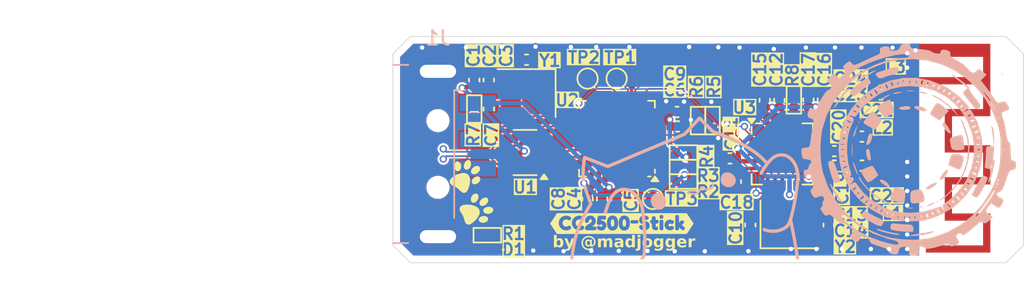
<source format=kicad_pcb>
(kicad_pcb (version 20241229) (generator "pcbnew") (generator_version "9.0")
  (layers (0 "F.Cu" signal) (2 "B.Cu" signal) (13 "F.Paste" user) (15 "B.Paste" user) (5 "F.SilkS" user "F.Silkscreen") (7 "B.SilkS" user "B.Silkscreen") (1 "F.Mask" user) (3 "B.Mask" user) (25 "Edge.Cuts" user))
  (net 0 "")
  (net 1 "Earth")
  (net 2 "Net-(AE1-A)")
  (net 3 "+5V")
  (net 4 "OSCIN")
  (net 5 "+3.3V")
  (net 6 "OSCOUT")
  (net 7 "26OSCIN")
  (net 8 "26OSCOUT")
  (net 9 "Net-(U3-DCOUPL)")
  (net 10 "Net-(C19-Pad2)")
  (net 11 "Net-(U3-RF_P)")
  (net 12 "Net-(U3-RF_N)")
  (net 13 "Net-(C20-Pad2)")
  (net 14 "Net-(C22-Pad2)")
  (net 15 "Net-(D1-A)")
  (net 16 "USB+")
  (net 17 "USB-")
  (net 18 "Net-(U2-DEBUGGER)")
  (net 19 "Net-(U2-~{STEST_RST})")
  (net 20 "Net-(U2-~{RESET})")
  (net 21 "Net-(U2-DCNF0)")
  (net 22 "Net-(U2-DCNF1)")
  (net 23 "Net-(U2-RREF)")
  (net 24 "Net-(U3-RBIAS)")
  (net 25 "Net-(U2-IO2)")
  (net 26 "Net-(U2-IO3)")
  (net 27 "Net-(U2-~{SS})")
  (net 28 "USB_+")
  (net 29 "USB_-")
  (net 30 "MOSI")
  (net 32 "SS")
  (net 34 "MISO")
  (net 38 "SCK")
  (footprint "Crystal:Crystal_SMD_3225-4Pin_3.2x2.5mm" (layer "F.Cu") (at 137.8 71.5 180)
    (property "Reference" "Y1")
    (property "Value" "3225 12MHz")
  )
  (footprint "Capacitor_SMD:C_0402_1005Metric" (layer "F.Cu") (at 158.9825 75.5)
    (property "Reference" "C20")
    (property "Value" "100nF")
  )
  (footprint "Capacitor_SMD:C_0402_1005Metric" (layer "F.Cu") (at 157.2 71.97 90)
    (property "Reference" "C17")
    (property "Value" "100nF")
  )
  (footprint "Capacitor_SMD:C_0402_1005Metric" (layer "F.Cu") (at 154.2 72 90)
    (property "Reference" "C15")
    (property "Value" "22uF")
  )
  (footprint "Inductor_SMD:L_0402_1005Metric" (layer "F.Cu") (at 163.6 71.2 -90)
    (property "Reference" "L3")
    (property "Value" "1.2nH")
  )
  (footprint "Inductor_SMD:L_0402_1005Metric" (layer "F.Cu") (at 160.9025 77.5 180)
    (property "Reference" "L1")
    (property "Value" "1.2nH")
  )
  (footprint "Capacitor_SMD:C_0402_1005Metric" (layer "F.Cu") (at 162.2 70.6)
    (property "Reference" "C24")
    (property "Value" "1.5pF")
  )
  (footprint "PCM_Resistor_SMD_AKL:R_0402_1005Metric" (layer "F.Cu") (at 150.6 73.4 90)
    (property "Reference" "R5")
    (property "Value" "10K" (hide yes))
  )
  (footprint "Capacitor_SMD:C_0402_1005Metric" (layer "F.Cu") (at 153.2 80.6 90)
    (property "Reference" "C10")
    (property "Value" "22pF")
  )
  (footprint "Capacitor_SMD:C_0402_1005Metric" (layer "F.Cu") (at 160.8825 74.5 180)
    (property "Reference" "C21")
    (property "Value" "1pF")
  )
  (footprint "Capacitor_SMD:C_0402_1005Metric" (layer "F.Cu") (at 152.2 77.6 -90)
    (property "Reference" "C18")
    (property "Value" "100nF")
  )
  (footprint "TestPoint:TestPoint_Pad_D1.0mm" (layer "F.Cu") (at 144 70.5)
    (property "Reference" "TP1")
    (property "Value" "TestPoint")
  )
  (footprint "Capacitor_SMD:C_0402_1005Metric" (layer "F.Cu") (at 137.8 69.2 180)
    (property "Reference" "C3")
    (property "Value" "12pF")
  )
  (footprint "kibuzzard-68B8A8C4" (layer "F.Cu") (at 144.36 80.5)
    (property "Reference" "kibuzzard-68B8A8C4" (hide yes))
    (property "Value" "G***" (hide yes))
  )
  (footprint "Capacitor_SMD:C_0402_1005Metric" (layer "F.Cu") (at 160.8825 76.5)
    (property "Reference" "C22")
    (property "Value" "1pF")
  )
  (footprint "PCM_Resistor_SMD_AKL:R_0402_1005Metric" (layer "F.Cu") (at 148.6 75.6)
    (property "Reference" "R4")
    (property "Value" "47K" (hide yes))
  )
  (footprint "Package_DFN_QFN:Texas_RGP0020H_VQFN-20-1EP_4x4mm_P0.5mm_EP2.4x2.4mm" (layer "F.Cu") (at 155.4 75.7)
    (property "Reference" "U3")
    (property "Value" "CC2500")
  )
  (footprint "Capacitor_SMD:C_0402_1005Metric" (layer "F.Cu") (at 148.2 73.8)
    (property "Reference" "C6")
    (property "Value" "22uF")
  )
  (footprint "LOGO" (layer "F.Cu") (at 134 78.5 -45)
    (property "Reference" "G***" (hide yes))
    (property "Value" "LOGO" (hide yes))
  )
  (footprint "PCM_Resistor_SMD_AKL:R_0402_1005Metric" (layer "F.Cu") (at 156.2 71.97 90)
    (property "Reference" "R8")
    (property "Value" "56K" (hide yes))
  )
  (footprint "Capacitor_SMD:C_0402_1005Metric" (layer "F.Cu") (at 143 78.8 -90)
    (property "Reference" "C4")
    (property "Value" "22uF")
  )
  (footprint "Capacitor_SMD:C_0402_1005Metric" (layer "F.Cu") (at 158.2 71.97 90)
    (property "Reference" "C16")
    (property "Value" "100nF")
  )
  (footprint "PCM_Resistor_SMD_AKL:R_0402_1005Metric" (layer "F.Cu") (at 135.1 81.3)
    (property "Reference" "R1")
    (property "Value" "200R" (hide yes))
  )
  (footprint "TestPoint:TestPoint_Pad_D1.0mm" (layer "F.Cu") (at 142 70.5)
    (property "Reference" "TP2")
    (property "Value" "TestPoint")
  )
  (footprint "PCM_Resistor_SMD_AKL:R_0402_1005Metric" (layer "F.Cu") (at 148.6 76.6)
    (property "Reference" "R3")
    (property "Value" "10K" (hide yes))
  )
  (footprint "Capacitor_SMD:C_0402_1005Metric" (layer "F.Cu") (at 142 78.8 -90)
    (property "Reference" "C8")
    (property "Value" "22uF")
  )
  (footprint "Capacitor_SMD:C_0402_1005Metric" (layer "F.Cu") (at 134.2 70.6 90)
    (property "Reference" "C1")
    (property "Value" "22uF")
  )
  (footprint "Package_TO_SOT_SMD:SOT-23-6" (layer "F.Cu") (at 137.7 75.6 180)
    (property "Reference" "U1")
    (property "Value" "USBLC6-2SC6")
  )
  (footprint "Inductor_SMD:L_0402_1005Metric" (layer "F.Cu") (at 160.8875 75.5 180)
    (property "Reference" "L2")
    (property "Value" "1.2nH")
  )
  (footprint "TestPoint:TestPoint_Pad_D1.0mm" (layer "F.Cu") (at 146.5 78.8)
    (property "Reference" "TP3")
    (property "Value" "TestPoint")
  )
  (footprint "Capacitor_SMD:C_0402_1005Metric" (layer "F.Cu") (at 155.2 72 90)
    (property "Reference" "C12")
    (property "Value" "100nF")
  )
  (footprint "Capacitor_SMD:C_0402_1005Metric" (layer "F.Cu") (at 162.2 71.6)
    (property "Reference" "C23")
    (property "Value" "1.8pF")
  )
  (footprint "Capacitor_SMD:C_0402_1005Metric" (layer "F.Cu") (at 158.6 80.6 -90)
    (property "Reference" "C14")
    (property "Value" "22pF")
  )
  (footprint "PCM_Resistor_SMD_AKL:R_0402_1005Metric" (layer "F.Cu") (at 148.6 77.6)
    (property "Reference" "R2")
    (property "Value" "10K" (hide yes))
  )
  (footprint "Capacitor_SMD:C_0402_1005Metric" (layer "F.Cu") (at 158.6 78.4 -90)
    (property "Reference" "C13")
    (property "Value" "100nF")
  )
  (footprint "Crystal:Crystal_SMD_3225-4Pin_3.2x2.5mm" (layer "F.Cu") (at 155.9 80.55)
    (property "Reference" "Y2")
    (property "Value" "3225 26MHz")
  )
  (footprint "Capacitor_SMD:C_0402_1005Metric" (layer "F.Cu") (at 158.9825 76.5)
    (property "Reference" "C19")
    (property "Value" "100pF")
  )
  (footprint "PCM_Resistor_SMD_AKL:R_0402_1005Metric" (layer "F.Cu") (at 134.2 72.6 90)
    (property "Reference" "R7")
    (property "Value" "12K" (hide yes))
  )
  (footprint "RF_Antenna:Texas_SWRA117D_2.4GHz_Right" (layer "F.Cu") (at 164.575 70.65 -90)
    (property "Reference" "AE1" (hide yes))
    (property "Value" "Antenna_Shield")
  )
  (footprint "Capacitor_SMD:C_0402_1005Metric" (layer "F.Cu") (at 144 78.8 -90)
    (property "Reference" "C5")
    (property "Value" "22uF")
  )
  (footprint "Capacitor_SMD:C_0402_1005Metric" (layer "F.Cu") (at 151.8 76 180)
    (property "Reference" "C11")
    (property "Value" "22uF")
  )
  (footprint "Capacitor_SMD:C_0402_1005Metric" (layer "F.Cu") (at 135.2 72.6 -90)
    (property "Reference" "C7")
    (property "Value" "12pF")
  )
  (footprint "Capacitor_SMD:C_0402_1005Metric" (layer "F.Cu") (at 135.2 70.6 90)
    (property "Reference" "C2")
    (property "Value" "22uF")
  )
  (footprint "LED_SMD:LED_0402_1005Metric" (layer "F.Cu") (at 135.1 82.3 180)
    (property "Reference" "D1")
    (property "Value" "LED 0402")
  )
  (footprint "Capacitor_SMD:C_0402_1005Metric" (layer "F.Cu") (at 148.16 72.8)
    (property "Reference" "C9")
    (property "Value" "100nF")
  )
  (footprint "Package_DFN_QFN:VQFN-32-1EP_5x5mm_P0.5mm_EP3.1x3.1mm" (layer "F.Cu") (at 144.023758 74.640433 180)
    (property "Reference" "U2")
    (property "Value" "FT4222HQ")
  )
  (footprint "PCM_Resistor_SMD_AKL:R_0402_1005Metric" (layer "F.Cu") (at 149.6 73.4 90)
    (property "Reference" "R6")
    (property "Value" "10K" (hide yes))
  )
  (footprint "LOGO" (layer "B.Cu") (at 149.2 77.9 180)
    (property "Reference" "G***" (hide yes))
    (property "Value" "LOGO" (hide yes))
  )
  (footprint "LOGO" (layer "B.Cu") (at 164.484137 75.529582 180)
    (property "Reference" "G***" (hide yes))
    (property "Value" "LOGO" (hide yes))
  )
  (footprint "Connector_USB:USB_A_CNCTech_1001-011-01101_Horizontal" (layer "B.Cu") (at 124.8 75.7 180)
    (property "Reference" "J1")
    (property "Value" "USB_A")
  )
  (gr_line (start 129.8 83.2) (end 159.2 83.2) (stroke (width 0.05)) (layer "Edge.Cuts"))
  (gr_line (start 129.8 67.6) (end 159.2 67.6) (stroke (width 0.05)) (layer "Edge.Cuts"))
  (gr_line (start 159.2 67.6) (end 170.8 67.6) (stroke (width 0.05)) (layer "Edge.Cuts"))
  (gr_line (start 170.8 83.2) (end 159.2 83.2) (stroke (width 0.05)) (layer "Edge.Cuts"))
  (gr_line (start 128.6 68.8) (end 128.6 82) (stroke (width 0.05)) (layer "Edge.Cuts"))
  (gr_line (start 128.6 68.8) (end 129.8 67.6) (stroke (width 0.05)) (layer "Edge.Cuts"))
  (gr_line (start 128.6 82) (end 129.8 83.2) (stroke (width 0.05)) (layer "Edge.Cuts"))
  (gr_line (start 170.8 67.6) (end 172 68.8) (stroke (width 0.05)) (layer "Edge.Cuts"))
  (gr_line (start 172 68.8) (end 172 82) (stroke (width 0.05)) (layer "Edge.Cuts"))
  (gr_line (start 172 82) (end 170.8 83.2) (stroke (width 0.05)) (layer "Edge.Cuts"))
  (gr_text "by @madjogger" (at 144.5 81.8 0) (layer "F.SilkS") (effects (font (size 0.8 0.8) (thickness 0.16) (bold yes))))
  (via (at 164 80.25) (size 0.5) (drill 0.3) (layers "F.Cu" "B.Cu") (net 1))
  (via (at 147.41 72.06) (size 0.5) (drill 0.3) (layers "F.Cu" "B.Cu") (net 1))
  (via (at 150.52 72.1) (size 0.5) (drill 0.3) (layers "F.Cu" "B.Cu") (net 1))
  (via (at 151 68.34) (size 0.5) (drill 0.3) (layers "F.Cu" "B.Cu") (net 1))
  (via (at 138.26 82.36) (size 0.5) (drill 0.3) (layers "F.Cu" "B.Cu") (net 1))
  (via (at 164 82.25) (size 0.5) (drill 0.3) (layers "F.Cu" "B.Cu") (net 1))
  (via (at 160.85 68.36) (size 0.5) (drill 0.3) (layers "F.Cu" "B.Cu") (net 1))
  (via (at 164 81.25) (size 0.5) (drill 0.3) (layers "F.Cu" "B.Cu") (net 1))
  (via (at 157.75 82.25) (size 0.5) (drill 0.3) (layers "F.Cu" "B.Cu") (net 1))
  (via (at 148.99 68.32) (size 0.5) (drill 0.3) (layers "F.Cu" "B.Cu") (net 1))
  (via (at 146.13 82.38) (size 0.5) (drill 0.3) (layers "F.Cu" "B.Cu") (net 1))
  (via (at 142.6 68.32) (size 0.5) (drill 0.3) (layers "F.Cu" "B.Cu") (net 1))
  (via (at 164 78.25) (size 0.5) (drill 0.3) (layers "F.Cu" "B.Cu") (net 1))
  (via (at 152.46 68.36) (size 0.5) (drill 0.3) (layers "F.Cu" "B.Cu") (net 1))
  (via (at 149.11 73.35) (size 0.5) (drill 0.3) (layers "F.Cu" "B.Cu") (net 1))
  (via (at 164 76.25) (size 0.5) (drill 0.3) (layers "F.Cu" "B.Cu") (net 1))
  (via (at 157.03 68.36) (size 0.5) (drill 0.3) (layers "F.Cu" "B.Cu") (net 1))
  (via (at 138.42 68.3) (size 0.5) (drill 0.3) (layers "F.Cu" "B.Cu") (net 1))
  (via (at 148.64 72.09) (size 0.5) (drill 0.3) (layers "F.Cu" "B.Cu") (net 1))
  (via (at 162.99 68.37) (size 0.5) (drill 0.3) (layers "F.Cu" "B.Cu") (net 1))
  (via (at 140.35 82.4) (size 0.5) (drill 0.3) (layers "F.Cu" "B.Cu") (net 1))
  (via (at 164 69.75) (size 0.5) (drill 0.3) (layers "F.Cu" "B.Cu") (net 1))
  (via (at 164 79.25) (size 0.5) (drill 0.3) (layers "F.Cu" "B.Cu") (net 1))
  (via (at 159.5 82.25) (size 0.5) (drill 0.3) (layers "F.Cu" "B.Cu") (net 1))
  (via (at 156 82.25) (size 0.5) (drill 0.3) (layers "F.Cu" "B.Cu") (net 1))
  (via (at 130.61 68.36) (size 0.5) (drill 0.3) (layers "F.Cu" "B.Cu") (net 1))
  (via (at 133.63 68.36) (size 0.5) (drill 0.3) (layers "F.Cu" "B.Cu") (net 1))
  (via (at 136.08 68.32) (size 0.5) (drill 0.3) (layers "F.Cu" "B.Cu") (net 1))
  (via (at 142.26 82.38) (size 0.5) (drill 0.3) (layers "F.Cu" "B.Cu") (net 1))
  (via (at 164 68.75) (size 0.5) (drill 0.3) (layers "F.Cu" "B.Cu") (net 1))
  (via (at 144.88 68.32) (size 0.5) (drill 0.3) (layers "F.Cu" "B.Cu") (net 1))
  (via (at 148 82.41) (size 0.5) (drill 0.3) (layers "F.Cu" "B.Cu") (net 1))
  (via (at 140.85 68.32) (size 0.5) (drill 0.3) (layers "F.Cu" "B.Cu") (net 1))
  (via (at 144.15 82.38) (size 0.5) (drill 0.3) (layers "F.Cu" "B.Cu") (net 1))
  (via (at 162.75 82.25) (size 0.5) (drill 0.3) (layers "F.Cu" "B.Cu") (net 1))
  (via (at 153.07 82.4) (size 0.5) (drill 0.3) (layers "F.Cu" "B.Cu") (net 1))
  (via (at 161.5 82.25) (size 0.5) (drill 0.3) (layers "F.Cu" "B.Cu") (net 1))
  (via (at 164 77.25) (size 0.5) (drill 0.3) (layers "F.Cu" "B.Cu") (net 1))
  (via (at 154.82 68.46) (size 0.5) (drill 0.3) (layers "F.Cu" "B.Cu") (net 1))
  (via (at 150.99 74.6) (size 0.5) (drill 0.3) (layers "F.Cu" "B.Cu") (net 1))
  (via (at 150.07 82.41) (size 0.5) (drill 0.3) (layers "F.Cu" "B.Cu") (net 1))
  (via (at 159.03 68.36) (size 0.5) (drill 0.3) (layers "F.Cu" "B.Cu") (net 1))
  (segment (start 163.6 70.715) (end 164.418076 70.715) (width 0.6) (layer "F.Cu") (net 2))
  (segment (start 163.6 70.715) (end 162.957635 70.715) (width 0.6) (layer "F.Cu") (net 2))
  (arc (start 164.418076 70.715) (mid 164.503003 70.698107) (end 164.575 70.65) (width 0.6) (layer "F.Cu") (net 2))
  (arc (start 162.957635 70.715) (mid 162.80738 70.685113) (end 162.68 70.6) (width 0.6) (layer "F.Cu") (net 2))
  (segment (start 143.55 78.32) (end 143.55 78.08) (width 0.3) (layer "F.Cu") (net 3))
  (segment (start 135.61 81.3) (end 137.63 79.28) (width 0.1016) (layer "F.Cu") (net 3))
  (segment (start 137.54 75.6) (end 137.64 75.5) (width 0.3) (layer "F.Cu") (net 3))
  (segment (start 143.55 78.32) (end 144 78.32) (width 0.3) (layer "F.Cu") (net 3))
  (segment (start 134.63 71.08) (end 134.2 71.08) (width 0.3) (layer "F.Cu") (net 3))
  (segment (start 137.63 79.28) (end 137.63 76.005001) (width 0.1016) (layer "F.Cu") (net 3))
  (segment (start 144.773758 77.546242) (end 144 78.32) (width 0.3) (layer "F.Cu") (net 3))
  (segment (start 143 78.32) (end 143.55 78.32) (width 0.3) (layer "F.Cu") (net 3))
  (segment (start 137.63 76.005001) (end 137.224999 75.6) (width 0.1016) (layer "F.Cu") (net 3))
  (segment (start 135.2 71.08) (end 134.63 71.08) (width 0.3) (layer "F.Cu") (net 3))
  (segment (start 133.64 71.08) (end 134.63 71.08) (width 0.3) (layer "F.Cu") (net 3))
  (segment (start 133.579588 71.140412) (end 133.64 71.08) (width 0.3) (layer "F.Cu") (net 3))
  (segment (start 142.773758 78.093758) (end 143 78.32) (width 0.3) (layer "F.Cu") (net 3))
  (segment (start 136.5625 75.6) (end 137.54 75.6) (width 0.3) (layer "F.Cu") (net 3))
  (segment (start 142.773758 77.077933) (end 142.773758 78.093758) (width 0.3) (layer "F.Cu") (net 3))
  (segment (start 133.365522 71.140412) (end 133.579588 71.140412) (width 0.3) (layer "F.Cu") (net 3))
  (segment (start 144.773758 77.077933) (end 144.773758 77.546242) (width 0.3) (layer "F.Cu") (net 3))
  (segment (start 143.55 78.08) (end 143.48 78.01) (width 0.3) (layer "F.Cu") (net 3))
  (segment (start 137.224999 75.6) (end 136.5625 75.6) (width 0.1016) (layer "F.Cu") (net 3))
  (via (at 137.64 75.5) (size 0.5) (drill 0.3) (layers "F.Cu" "B.Cu") (net 3))
  (via (at 143.48 78.01) (size 0.5) (drill 0.3) (layers "F.Cu" "B.Cu") (net 3))
  (via (at 133.365522 71.140412) (size 0.5) (drill 0.3) (layers "F.Cu" "B.Cu") (net 3))
  (segment (start 133.365522 71.140412) (end 133.57511 71.35) (width 0.3) (layer "B.Cu") (net 3))
  (segment (start 133.57511 71.35) (end 133.6 71.35) (width 0.3) (layer "B.Cu") (net 3))
  (segment (start 133.6 71.35) (end 134.45 72.2) (width 0.3) (layer "B.Cu") (net 3))
  (segment (start 143.48 78.01) (end 137.67 72.2) (width 0.3) (layer "B.Cu") (net 3))
  (segment (start 137.64 75.5) (end 134.45 72.31) (width 0.3) (layer "B.Cu") (net 3))
  (segment (start 137.67 72.2) (end 134.45 72.2) (width 0.3) (layer "B.Cu") (net 3))
  (segment (start 134.45 72.31) (end 134.45 72.2) (width 0.3) (layer "B.Cu") (net 3))
  (segment (start 138.28 69.2) (end 138.28 70.03) (width 0.2) (layer "F.Cu") (net 4))
  (segment (start 139.9 72.7) (end 139.9 71.65) (width 0.1016) (layer "F.Cu") (net 4))
  (segment (start 141.586258 73.390433) (end 140.590433 73.390433) (width 0.1016) (layer "F.Cu") (net 4))
  (segment (start 140.590433 73.390433) (end 139.9 72.7) (width 0.1016) (layer "F.Cu") (net 4))
  (segment (start 139.9 71.65) (end 138.9 70.65) (width 0.1016) (layer "F.Cu") (net 4))
  (segment (start 138.28 70.03) (end 138.9 70.65) (width 0.2) (layer "F.Cu") (net 4))
  (segment (start 157.69 72.45) (end 158.2 72.45) (width 0.3) (layer "F.Cu") (net 5))
  (segment (start 153.5125 76.2) (end 152.48 76.2) (width 0.3) (layer "F.Cu") (net 5))
  (segment (start 149.11 76.2) (end 149.11 77.14) (width 0.3) (layer "F.Cu") (net 5))
  (segment (start 147.310433 73.390433) (end 147.599567 73.390433) (width 0.3) (layer "F.Cu") (net 5))
  (segment (start 152.48 76.2) (end 152.28 76) (width 0.3) (layer "F.Cu") (net 5))
  (segment (start 154.71 72.48) (end 155.2 72.48) (width 0.3) (layer "F.Cu") (net 5))
  (segment (start 147.310433 73.390433) (end 147.72 73.8) (width 0.3) (layer "F.Cu") (net 5))
  (segment (start 146.461258 73.390433) (end 147.089567 73.390433) (width 0.3) (layer "F.Cu") (net 5))
  (segment (start 147.72 72.84) (end 147.68 72.8) (width 0.3) (layer "F.Cu") (net 5))
  (segment (start 149.11 75.6) (end 149.11 76.2) (width 0.3) (layer "F.Cu") (net 5))
  (segment (start 157.2875 76.7) (end 157.2875 77.1925) (width 0.3) (layer "F.Cu") (net 5))
  (segment (start 149.516167 75.193833) (end 149.11 75.6) (width 0.3) (layer "F.Cu") (net 5))
  (segment (start 152.28 76) (end 151.473833 75.193833) (width 0.3) (layer "F.Cu") (net 5))
  (segment (start 152.35 75.93) (end 152.28 76) (width 0.3) (layer "F.Cu") (net 5))
  (segment (start 142.273758 78.046242) (end 142 78.32) (width 0.3) (layer "F.Cu") (net 5))
  (segment (start 148.68 77.12) (end 148.7 77.14) (width 0.3) (layer "F.Cu") (net 5))
  (segment (start 147.089567 73.390433) (end 147.68 72.8) (width 0.3) (layer "F.Cu") (net 5))
  (segment (start 147.089567 73.390433) (end 147.310433 73.390433) (width 0.3) (layer "F.Cu") (net 5))
  (segment (start 142.273758 78.046242) (end 142.086242 78.046242) (width 0.3) (layer "F.Cu") (net 5))
  (segment (start 157.38 76.7) (end 158.6 77.92) (width 0.3) (layer "F.Cu") (net 5))
  (segment (start 155.4 72.68) (end 155.2 72.48) (width 0.3) (layer "F.Cu") (net 5))
  (segment (start 148.97 76.06) (end 149.11 76.2) (width 0.3) (layer "F.Cu") (net 5))
  (segment (start 147.599567 73.390433) (end 147.66 73.33) (width 0.3) (layer "F.Cu") (net 5))
  (segment (start 154.2 72.48) (end 154.71 72.48) (width 0.3) (layer "F.Cu") (net 5))
  (segment (start 149.11 77.14) (end 149.11 77.6) (width 0.3) (layer "F.Cu") (net 5))
  (segment (start 152.35 75.31) (end 152.35 75.93) (width 0.3) (layer "F.Cu") (net 5))
  (segment (start 142.086242 78.046242) (end 141.75 77.71) (width 0.3) (layer "F.Cu") (net 5))
  (segment (start 157.2875 74.7) (end 157.2875 72.5375) (width 0.3) (layer "F.Cu") (net 5))
  (segment (start 148.937045 76.06) (end 148.97 76.06) (width 0.3) (layer "F.Cu") (net 5))
  (segment (start 148.792447 75.915402) (end 148.937045 76.06) (width 0.3) (layer "F.Cu") (net 5))
  (segment (start 151.473833 75.193833) (end 149.516167 75.193833) (width 0.3) (layer "F.Cu") (net 5))
  (segment (start 157.2875 77.1925) (end 157.23 77.25) (width 0.3) (layer "F.Cu") (net 5))
  (segment (start 155.4 73.8125) (end 155.4 72.68) (width 0.3) (layer "F.Cu") (net 5))
  (segment (start 157.2 72.45) (end 157.69 72.45) (width 0.3) (layer "F.Cu") (net 5))
  (segment (start 142.273758 77.077933) (end 142.273758 78.046242) (width 0.3) (layer "F.Cu") (net 5))
  (segment (start 157.2875 72.5375) (end 157.2 72.45) (width 0.3) (layer "F.Cu") (net 5))
  (segment (start 157.2875 76.7) (end 157.38 76.7) (width 0.3) (layer "F.Cu") (net 5))
  (segment (start 157.2875 75.2) (end 157.2875 74.7) (width 0.3) (layer "F.Cu") (net 5))
  (segment (start 148.7 77.14) (end 149.11 77.14) (width 0.3) (layer "F.Cu") (net 5))
  (segment (start 155.9 77.5875) (end 155.9 78.5) (width 0.3) (layer "F.Cu") (net 5))
  (via (at 154.71 72.48) (size 0.5) (drill 0.3) (layers "F.Cu" "B.Cu") (net 5))
  (via (at 157.69 72.45) (size 0.5) (drill 0.3) (layers "F.Cu" "B.Cu") (net 5))
  (via (at 141.75 77.71) (size 0.5) (drill 0.3) (layers "F.Cu" "B.Cu") (net 5))
  (via (at 148.792447 75.915402) (size 0.5) (drill 0.3) (layers "F.Cu" "B.Cu") (net 5))
  (via (at 157.23 77.25) (size 0.5) (drill 0.3) (layers "F.Cu" "B.Cu") (net 5))
  (via (at 152.35 75.31) (size 0.5) (drill 0.3) (layers "F.Cu" "B.Cu") (net 5))
  (via (at 155.9 78.5) (size 0.5) (drill 0.3) (layers "F.Cu" "B.Cu") (net 5))
  (via (at 148.68 77.12) (size 0.5) (drill 0.3) (layers "F.Cu" "B.Cu") (net 5))
  (via (at 147.66 73.33) (size 0.5) (drill 0.3) (layers "F.Cu" "B.Cu") (net 5))
  (segment (start 155.95 77.25) (end 154.29 77.25) (width 0.3) (layer "B.Cu") (net 5))
  (segment (start 154.71 72.48) (end 154.71 72.95) (width 0.3) (layer "B.Cu") (net 5))
  (segment (start 147.239 78.561) (end 148.68 77.12) (width 0.3) (layer "B.Cu") (net 5))
  (segment (start 154.29 77.25) (end 152.35 75.31) (width 0.3) (layer "B.Cu") (net 5))
  (segment (start 155.21 72.45) (end 152.35 75.31) (width 0.3) (layer "B.Cu") (net 5))
  (segment (start 157.69 72.45) (end 155.21 72.45) (width 0.3) (layer "B.Cu") (net 5))
  (segment (start 142.601 78.561) (end 147.239 78.561) (width 0.3) (layer "B.Cu") (net 5))
  (segment (start 157.23 77.25) (end 155.95 77.25) (width 0.3) (layer "B.Cu") (net 5))
  (segment (start 147.66 75.02) (end 147.66 73.33) (width 0.3) (layer "B.Cu") (net 5))
  (segment (start 148.555402 75.915402) (end 147.66 75.02) (width 0.3) (layer "B.Cu") (net 5))
  (segment (start 154.71 72.95) (end 152.35 75.31) (width 0.3) (layer "B.Cu") (net 5))
  (segment (start 148.792447 75.915402) (end 148.555402 75.915402) (width 0.3) (layer "B.Cu") (net 5))
  (segment (start 141.75 77.71) (end 142.601 78.561) (width 0.3) (layer "B.Cu") (net 5))
  (segment (start 155.9 78.5) (end 155.9 77.3) (width 0.3) (layer "B.Cu") (net 5))
  (segment (start 155.9 77.3) (end 155.95 77.25) (width 0.3) (layer "B.Cu") (net 5))
  (segment (start 135.2 72.12) (end 136.47 72.12) (width 0.2) (layer "F.Cu") (net 6))
  (segment (start 137.2932 72.35) (end 138.0466 73.1034) (width 0.1016) (layer "F.Cu") (net 6))
  (segment (start 138.0466 73.1034) (end 140.0034 73.1034) (width 0.1016) (layer "F.Cu") (net 6))
  (segment (start 140.790433 73.890433) (end 141.586258 73.890433) (width 0.1016) (layer "F.Cu") (net 6))
  (segment (start 136.47 72.12) (end 136.7 72.35) (width 0.2) (layer "F.Cu") (net 6))
  (segment (start 136.7 72.35) (end 137.2932 72.35) (width 0.1016) (layer "F.Cu") (net 6))
  (segment (start 140.0034 73.1034) (end 140.790433 73.890433) (width 0.1016) (layer "F.Cu") (net 6))
  (segment (start 155.6534 80.5466) (end 154.8 81.4) (width 0.1016) (layer "F.Cu") (net 7))
  (segment (start 155.4 77.5875) (end 155.4 78.6932) (width 0.1016) (layer "F.Cu") (net 7))
  (segment (start 153.52 81.4) (end 153.2 81.08) (width 0.1016) (layer "F.Cu") (net 7))
  (segment (start 155.6534 78.9466) (end 155.6534 80.5466) (width 0.1016) (layer "F.Cu") (net 7))
  (segment (start 155.4 78.6932) (end 155.6534 78.9466) (width 0.1016) (layer "F.Cu") (net 7))
  (segment (start 154.8 81.4) (end 153.52 81.4) (width 0.1016) (layer "F.Cu") (net 7))
  (segment (start 157 79.7) (end 158.18 79.7) (width 0.1016) (layer "F.Cu") (net 8))
  (segment (start 156.4 77.5875) (end 156.4 79.1) (width 0.1016) (layer "F.Cu") (net 8))
  (segment (start 158.18 79.7) (end 158.6 80.12) (width 0.1016) (layer "F.Cu") (net 8))
  (segment (start 156.4 79.1) (end 157 79.7) (width 0.1016) (layer "F.Cu") (net 8))
  (segment (start 152.5 76.7) (end 153.5125 76.7) (width 0.2) (layer "F.Cu") (net 9))
  (segment (start 152.2 77.12) (end 152.2 77) (width 0.2) (layer "F.Cu") (net 9))
  (segment (start 152.2 77) (end 152.5 76.7) (width 0.2) (layer "F.Cu") (net 9))
  (segment (start 160.4175 76.515) (end 160.4025 76.5) (width 0.2) (layer "F.Cu") (net 10))
  (segment (start 160.4175 77.5) (end 160.4175 76.515) (width 0.2) (layer "F.Cu") (net 10))
  (segment (start 159.4625 76.5) (end 160.4025 76.5) (width 0.2) (layer "F.Cu") (net 10))
  (segment (start 158.2025 76.2) (end 158.5025 76.5) (width 0.2) (layer "F.Cu") (net 11))
  (segment (start 157.2875 76.2) (end 158.2025 76.2) (width 0.2) (layer "F.Cu") (net 11))
  (segment (start 157.2875 75.7) (end 158.3025 75.7) (width 0.2) (layer "F.Cu") (net 12))
  (segment (start 158.3025 75.7) (end 158.5025 75.5) (width 0.2) (layer "F.Cu") (net 12))
  (segment (start 160.4025 74.5) (end 160.4025 75.5) (width 0.2) (layer "F.Cu") (net 13))
  (segment (start 159.4625 75.5) (end 160.4025 75.5) (width 0.2) (layer "F.Cu") (net 13))
  (segment (start 163.6 71.685) (end 162.885208 71.685) (width 0.6) (layer "F.Cu") (net 14))
  (segment (start 161.834315 76) (end 161.4 76) (width 0.6) (layer "F.Cu") (net 14))
  (segment (start 161.3625 76.5) (end 161.3625 76) (width 0.2) (layer "F.Cu") (net 14))
  (segment (start 161.3625 76) (end 161.3625 75.51) (width 0.2) (layer "F.Cu") (net 14))
  (segment (start 161.3625 75.51) (end 161.3725 75.5) (width 0.2) (layer "F.Cu") (net 14))
  (segment (start 163.6 71.685) (end 163.6 74.434315) (width 0.6) (layer "F.Cu") (net 14))
  (segment (start 163.2 75.4) (end 163.141421 75.458579) (width 0.6) (layer "F.Cu") (net 14))
  (arc (start 163.141421 75.458579) (mid 162.541715 75.859289) (end 161.834315 76) (width 0.6) (layer "F.Cu") (net 14))
  (arc (start 162.885208 71.685) (mid 162.77415 71.662909) (end 162.68 71.6) (width 0.6) (layer "F.Cu") (net 14))
  (arc (start 163.6 74.434315) (mid 163.496043 74.95694) (end 163.2 75.4) (width 0.6) (layer "F.Cu") (net 14))
  (segment (start 134.59 81.3) (end 134.59 82.275) (width 0.3) (layer "F.Cu") (net 15))
  (segment (start 134.59 82.275) (end 134.615 82.3) (width 0.3) (layer "F.Cu") (net 15))
  (segment (start 135.920208 76.55) (end 136.5625 76.55) (width 0.1092) (layer "F.Cu") (net 16))
  (segment (start 135.224808 75.8546) (end 135.920208 76.55) (width 0.1092) (layer "F.Cu") (net 16))
  (segment (start 132.070496 76.05) (end 132.265896 75.8546) (width 0.1092) (layer "F.Cu") (net 16))
  (segment (start 132.265896 75.8546) (end 135.224808 75.8546) (width 0.1092) (layer "F.Cu") (net 16))
  (via (at 132.070496 76.05) (size 0.5) (drill 0.3) (layers "F.Cu" "B.Cu") (net 16))
  (segment (start 133.6046 75.8546) (end 132.265896 75.8546) (width 0.1092) (layer "B.Cu") (net 16))
  (segment (start 132.265896 75.8546) (end 132.070496 76.05) (width 0.1092) (layer "B.Cu") (net 16))
  (segment (start 134.45 76.7) (end 133.6046 75.8546) (width 0.1092) (layer "B.Cu") (net 16))
  (segment (start 132.070496 75.35) (end 132.265896 75.5454) (width 0.1092) (layer "F.Cu") (net 17))
  (segment (start 132.265896 75.5454) (end 135.224808 75.5454) (width 0.1092) (layer "F.Cu") (net 17))
  (segment (start 136.120208 74.65) (end 136.5625 74.65) (width 0.1092) (layer "F.Cu") (net 17))
  (segment (start 135.224808 75.5454) (end 136.120208 74.65) (width 0.1092) (layer "F.Cu") (net 17))
  (via (at 132.070496 75.35) (size 0.5) (drill 0.3) (layers "F.Cu" "B.Cu") (net 17))
  (segment (start 133.6046 75.5454) (end 132.265896 75.5454) (width 0.1092) (layer "B.Cu") (net 17))
  (segment (start 134.45 74.7) (end 133.6046 75.5454) (width 0.1092) (layer "B.Cu") (net 17))
  (segment (start 132.265896 75.5454) (end 132.070496 75.35) (width 0.1092) (layer "B.Cu") (net 17))
  (segment (start 146.461258 76.390433) (end 146.990433 76.390433) (width 0.1016) (layer "F.Cu") (net 18))
  (segment (start 148.09 77.49) (end 148.09 77.6) (width 0.1016) (layer "F.Cu") (net 18))
  (segment (start 146.990433 76.390433) (end 148.09 77.49) (width 0.1016) (layer "F.Cu") (net 18))
  (segment (start 148.09 76.6) (end 148.09 76.49) (width 0.1016) (layer "F.Cu") (net 19))
  (segment (start 147.490433 75.890433) (end 146.461258 75.890433) (width 0.1016) (layer "F.Cu") (net 19))
  (segment (start 148.09 76.49) (end 147.490433 75.890433) (width 0.1016) (layer "F.Cu") (net 19))
  (segment (start 147.880433 75.390433) (end 148.09 75.6) (width 0.1016) (layer "F.Cu") (net 20))
  (segment (start 146.461258 75.390433) (end 147.880433 75.390433) (width 0.1016) (layer "F.Cu") (net 20))
  (segment (start 146.461258 74.890433) (end 149.619567 74.890433) (width 0.1016) (layer "F.Cu") (net 21))
  (segment (start 149.619567 74.890433) (end 150.6 73.91) (width 0.1016) (layer "F.Cu") (net 21))
  (segment (start 149.119567 74.390433) (end 146.461258 74.390433) (width 0.1016) (layer "F.Cu") (net 22))
  (segment (start 149.6 73.91) (end 149.119567 74.390433) (width 0.1016) (layer "F.Cu") (net 22))
  (segment (start 134.2 73.11) (end 134.89 73.8) (width 0.1016) (layer "F.Cu") (net 23))
  (segment (start 141.290433 74.890433) (end 141.586258 74.890433) (width 0.1016) (layer "F.Cu") (net 23))
  (segment (start 140.2 73.8) (end 141.290433 74.890433) (width 0.1016) (layer "F.Cu") (net 23))
  (segment (start 134.89 73.8) (end 140.2 73.8) (width 0.1016) (layer "F.Cu") (net 23))
  (segment (start 156.2 72.48) (end 155.9 72.78) (width 0.1016) (layer "F.Cu") (net 24))
  (segment (start 155.9 72.78) (end 155.9 73.8125) (width 0.1016) (layer "F.Cu") (net 24))
  (segment (start 144.773758 72.202933) (end 144.773758 71.273758) (width 0.1016) (layer "F.Cu") (net 25))
  (segment (start 144.773758 71.273758) (end 144 70.5) (width 0.1016) (layer "F.Cu") (net 25))
  (segment (start 143.708324 71.2) (end 142.7 71.2) (width 0.1016) (layer "F.Cu") (net 26))
  (segment (start 142.7 71.2) (end 142 70.5) (width 0.1016) (layer "F.Cu") (net 26))
  (segment (start 144.273758 71.765434) (end 143.708324 71.2) (width 0.1016) (layer "F.Cu") (net 26))
  (segment (start 144.273758 72.202933) (end 144.273758 71.765434) (width 0.1016) (layer "F.Cu") (net 26))
  (segment (start 145.773758 77.077933) (end 145.773758 78.073758) (width 0.1016) (layer "F.Cu") (net 27))
  (segment (start 145.773758 78.073758) (end 146.5 78.8) (width 0.1016) (layer "F.Cu") (net 27))
  (segment (start 139.2 76.55) (end 139.9954 75.7546) (width 0.1092) (layer "F.Cu") (net 28))
  (segment (start 139.9954 75.7546) (end 140.05 75.7546) (width 0.1092) (layer "F.Cu") (net 28))
  (segment (start 138.8375 76.55) (end 139.2 76.55) (width 0.1092) (layer "F.Cu") (net 28))
  (segment (start 140.090433 75.795033) (end 140.834607 75.795033) (width 0.1092) (layer "F.Cu") (net 28))
  (segment (start 140.834607 75.795033) (end 140.930007 75.890433) (width 0.1092) (layer "F.Cu") (net 28))
  (segment (start 140.930007 75.890433) (end 141.586258 75.890433) (width 0.1092) (layer "F.Cu") (net 28))
  (segment (start 140.05 75.7546) (end 140.090433 75.795033) (width 0.1092) (layer "F.Cu") (net 28))
  (segment (start 140.168325 75.4454) (end 140.208758 75.485833) (width 0.1092) (layer "F.Cu") (net 29))
  (segment (start 139.2 74.65) (end 139.9954 75.4454) (width 0.1092) (layer "F.Cu") (net 29))
  (segment (start 139.9954 75.4454) (end 140.168325 75.4454) (width 0.1092) (layer "F.Cu") (net 29))
  (segment (start 140.930007 75.390433) (end 141.586258 75.390433) (width 0.1092) (layer "F.Cu") (net 29))
  (segment (start 138.8375 74.65) (end 139.2 74.65) (width 0.1092) (layer "F.Cu") (net 29))
  (segment (start 140.208758 75.485833) (end 140.834607 75.485833) (width 0.1092) (layer "F.Cu") (net 29))
  (segment (start 140.834607 75.485833) (end 140.930007 75.390433) (width 0.1092) (layer "F.Cu") (net 29))
  (segment (start 145.8 70.8) (end 151.4 70.8) (width 0.1016) (layer "F.Cu") (net 30))
  (segment (start 151.4 70.8) (end 153.6 73) (width 0.1016) (layer "F.Cu") (net 30))
  (segment (start 145.273758 72.202933) (end 145.273758 71.326242) (width 0.1016) (layer "F.Cu") (net 30))
  (segment (start 153.6 73.0125) (end 154.4 73.8125) (width 0.1016) (layer "F.Cu") (net 30))
  (segment (start 153.6 73) (end 153.6 73.0125) (width 0.1016) (layer "F.Cu") (net 30))
  (segment (start 145.273758 71.326242) (end 145.8 70.8) (width 0.1016) (layer "F.Cu") (net 30))
  (segment (start 154.9 78.074999) (end 154.574999 78.4) (width 0.1016) (layer "F.Cu") (net 32))
  (segment (start 154.574999 78.4) (end 153.6 78.4) (width 0.1016) (layer "F.Cu") (net 32))
  (segment (start 141.4 72.2) (end 141.4 72.704175) (width 0.1016) (layer "F.Cu") (net 32))
  (segment (start 154.9 77.5875) (end 154.9 78.074999) (width 0.1016) (layer "F.Cu") (net 32))
  (segment (start 141.4 72.704175) (end 141.586258 72.890433) (width 0.1016) (layer "F.Cu") (net 32))
  (via (at 153.6 78.4) (size 0.5) (drill 0.3) (layers "F.Cu" "B.Cu") (net 32))
  (via (at 141.4 72.2) (size 0.5) (drill 0.3) (layers "F.Cu" "B.Cu") (net 32))
  (segment (start 151.8982 74.6182) (end 148.5 71.22) (width 0.1016) (layer "B.Cu") (net 32))
  (segment (start 153.6 78.4) (end 153.6 77.198942) (width 0.1016) (layer "B.Cu") (net 32))
  (segment (start 142.38 71.22) (end 141.4 72.2) (width 0.1016) (layer "B.Cu") (net 32))
  (segment (start 151.8982 75.497142) (end 151.8982 74.6182) (width 0.1016) (layer "B.Cu") (net 32))
  (segment (start 153.6 77.198942) (end 151.8982 75.497142) (width 0.1016) (layer "B.Cu") (net 32))
  (segment (start 148.5 71.22) (end 142.38 71.22) (width 0.1016) (layer "B.Cu") (net 32))
  (segment (start 145.773758 71.626242) (end 146.2 71.2) (width 0.1016) (layer "F.Cu") (net 34))
  (segment (start 153.025001 75.2) (end 153.5125 75.2) (width 0.1016) (layer "F.Cu") (net 34))
  (segment (start 152.2 74.374999) (end 153.025001 75.2) (width 0.1016) (layer "F.Cu") (net 34))
  (segment (start 152.2 72.2) (end 152.2 74.374999) (width 0.1016) (layer "F.Cu") (net 34))
  (segment (start 146.2 71.2) (end 151.2 71.2) (width 0.1016) (layer "F.Cu") (net 34))
  (segment (start 151.2 71.2) (end 152.2 72.2) (width 0.1016) (layer "F.Cu") (net 34))
  (segment (start 145.773758 72.202933) (end 145.773758 71.626242) (width 0.1016) (layer "F.Cu") (net 34))
  (segment (start 146.8 71.6) (end 146.4 72) (width 0.1016) (layer "F.Cu") (net 38))
  (segment (start 151.8 72.4) (end 151 71.6) (width 0.1016) (layer "F.Cu") (net 38))
  (segment (start 151.8 73.4) (end 151.8 72.4) (width 0.1016) (layer "F.Cu") (net 38))
  (segment (start 151 71.6) (end 146.8 71.6) (width 0.1016) (layer "F.Cu") (net 38))
  (segment (start 146.4 72) (end 146.4 72.829175) (width 0.1016) (layer "F.Cu") (net 38))
  (segment (start 152.8 73.9875) (end 153.5125 74.7) (width 0.1016) (layer "F.Cu") (net 38))
  (segment (start 152.8 73.8) (end 152.8 73.9875) (width 0.1016) (layer "F.Cu") (net 38))
  (segment (start 146.4 72.829175) (end 146.461258 72.890433) (width 0.1016) (layer "F.Cu") (net 38))
  (segment (start 151.6 73.6) (end 151.8 73.4) (width 0.1016) (layer "F.Cu") (net 38))
  (via (at 152.8 73.8) (size 0.5) (drill 0.3) (layers "F.Cu" "B.Cu") (net 38))
  (via (at 151.6 73.6) (size 0.5) (drill 0.3) (layers "F.Cu" "B.Cu") (net 38))
  (segment (start 151.6 73.6) (end 151.8 73.8) (width 0.1016) (layer "B.Cu") (net 38))
  (segment (start 151.8 73.8) (end 152.8 73.8) (width 0.1016) (layer "B.Cu") (net 38))
  (zone (net 1) (net_name "Earth") (layers "F.Cu" "B.Cu") (connect_pads yes (clearance 0.1016)) (min_thickness 0.1016) (fill yes (thermal_gap 0.5) (thermal_bridge_width 0.5))
    (polygon (pts (xy 128.77 68.9) (xy 129.93 67.74) (xy 164.62 67.74) (xy 164.82 67.94) (xy 164.82 82.7) (xy 164.46 83.06) (xy 130.05 83.06) (xy 128.77 81.78)))
  )
)
</source>
